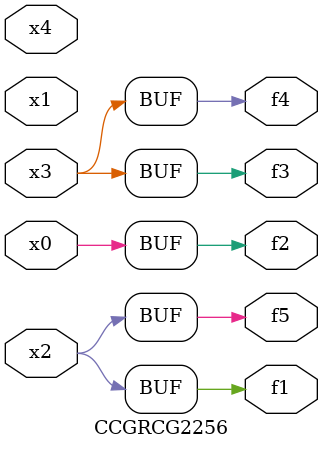
<source format=v>
module CCGRCG2256(
	input x0, x1, x2, x3, x4,
	output f1, f2, f3, f4, f5
);
	assign f1 = x2;
	assign f2 = x0;
	assign f3 = x3;
	assign f4 = x3;
	assign f5 = x2;
endmodule

</source>
